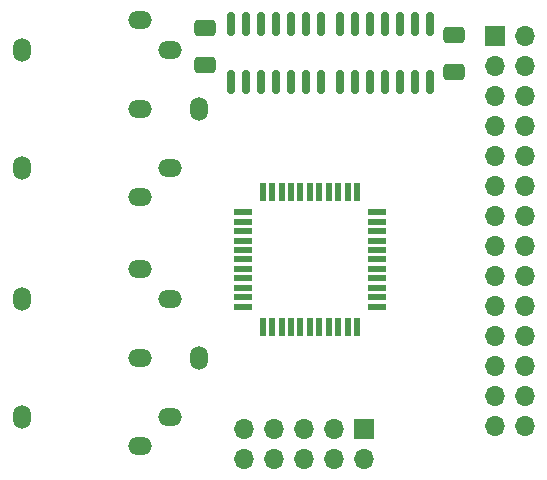
<source format=gbr>
%TF.GenerationSoftware,KiCad,Pcbnew,8.0.7-8.0.7-0~ubuntu22.04.1*%
%TF.CreationDate,2024-12-25T22:08:59+01:00*%
%TF.ProjectId,IEC_Extension,4945435f-4578-4746-956e-73696f6e2e6b,rev?*%
%TF.SameCoordinates,Original*%
%TF.FileFunction,Soldermask,Top*%
%TF.FilePolarity,Negative*%
%FSLAX46Y46*%
G04 Gerber Fmt 4.6, Leading zero omitted, Abs format (unit mm)*
G04 Created by KiCad (PCBNEW 8.0.7-8.0.7-0~ubuntu22.04.1) date 2024-12-25 22:08:59*
%MOMM*%
%LPD*%
G01*
G04 APERTURE LIST*
G04 Aperture macros list*
%AMRoundRect*
0 Rectangle with rounded corners*
0 $1 Rounding radius*
0 $2 $3 $4 $5 $6 $7 $8 $9 X,Y pos of 4 corners*
0 Add a 4 corners polygon primitive as box body*
4,1,4,$2,$3,$4,$5,$6,$7,$8,$9,$2,$3,0*
0 Add four circle primitives for the rounded corners*
1,1,$1+$1,$2,$3*
1,1,$1+$1,$4,$5*
1,1,$1+$1,$6,$7*
1,1,$1+$1,$8,$9*
0 Add four rect primitives between the rounded corners*
20,1,$1+$1,$2,$3,$4,$5,0*
20,1,$1+$1,$4,$5,$6,$7,0*
20,1,$1+$1,$6,$7,$8,$9,0*
20,1,$1+$1,$8,$9,$2,$3,0*%
G04 Aperture macros list end*
%ADD10O,2.000000X1.524000*%
%ADD11O,1.524000X2.000000*%
%ADD12R,1.500000X0.550000*%
%ADD13R,0.550000X1.500000*%
%ADD14R,1.700000X1.700000*%
%ADD15O,1.700000X1.700000*%
%ADD16RoundRect,0.250000X-0.650000X0.412500X-0.650000X-0.412500X0.650000X-0.412500X0.650000X0.412500X0*%
%ADD17RoundRect,0.150000X0.150000X-0.825000X0.150000X0.825000X-0.150000X0.825000X-0.150000X-0.825000X0*%
G04 APERTURE END LIST*
D10*
%TO.C,J2*%
X211636000Y-45880000D03*
X211636000Y-55880000D03*
X209136000Y-43380000D03*
X209136000Y-58380000D03*
D11*
X199136000Y-45880000D03*
X199136000Y-55880000D03*
D10*
X209136000Y-50880000D03*
D11*
X214136000Y-50880000D03*
%TD*%
D10*
%TO.C,J1*%
X211636000Y-66962000D03*
X211636000Y-76962000D03*
X209136000Y-64462000D03*
X209136000Y-79462000D03*
D11*
X199136000Y-66962000D03*
X199136000Y-76962000D03*
D10*
X209136000Y-71962000D03*
D11*
X214136000Y-71962000D03*
%TD*%
D12*
%TO.C,U3*%
X217807000Y-59642000D03*
X217807000Y-60442000D03*
X217807000Y-61242000D03*
X217807000Y-62042000D03*
X217807000Y-62842000D03*
X217807000Y-63642000D03*
X217807000Y-64442000D03*
X217807000Y-65242000D03*
X217807000Y-66042000D03*
X217807000Y-66842000D03*
X217807000Y-67642000D03*
D13*
X219507000Y-69342000D03*
X220307000Y-69342000D03*
X221107000Y-69342000D03*
X221907000Y-69342000D03*
X222707000Y-69342000D03*
X223507000Y-69342000D03*
X224307000Y-69342000D03*
X225107000Y-69342000D03*
X225907000Y-69342000D03*
X226707000Y-69342000D03*
X227507000Y-69342000D03*
D12*
X229207000Y-67642000D03*
X229207000Y-66842000D03*
X229207000Y-66042000D03*
X229207000Y-65242000D03*
X229207000Y-64442000D03*
X229207000Y-63642000D03*
X229207000Y-62842000D03*
X229207000Y-62042000D03*
X229207000Y-61242000D03*
X229207000Y-60442000D03*
X229207000Y-59642000D03*
D13*
X227507000Y-57942000D03*
X226707000Y-57942000D03*
X225907000Y-57942000D03*
X225107000Y-57942000D03*
X224307000Y-57942000D03*
X223507000Y-57942000D03*
X222707000Y-57942000D03*
X221907000Y-57942000D03*
X221107000Y-57942000D03*
X220307000Y-57942000D03*
X219507000Y-57942000D03*
%TD*%
D14*
%TO.C,J3*%
X228080000Y-77960000D03*
D15*
X228080000Y-80500000D03*
X225540000Y-77960000D03*
X225540000Y-80500000D03*
X223000000Y-77960000D03*
X223000000Y-80500000D03*
X220460000Y-77960000D03*
X220460000Y-80500000D03*
X217920000Y-77960000D03*
X217920000Y-80500000D03*
%TD*%
D16*
%TO.C,C2*%
X214630000Y-44030500D03*
X214630000Y-47155500D03*
%TD*%
%TO.C,C1*%
X235712000Y-44627000D03*
X235712000Y-47752000D03*
%TD*%
D17*
%TO.C,U1*%
X226060000Y-48638000D03*
X227330000Y-48638000D03*
X228600000Y-48638000D03*
X229870000Y-48638000D03*
X231140000Y-48638000D03*
X232410000Y-48638000D03*
X233680000Y-48638000D03*
X233680000Y-43688000D03*
X232410000Y-43688000D03*
X231140000Y-43688000D03*
X229870000Y-43688000D03*
X228600000Y-43688000D03*
X227330000Y-43688000D03*
X226060000Y-43688000D03*
%TD*%
%TO.C,U2*%
X216789000Y-43688000D03*
X218059000Y-43688000D03*
X219329000Y-43688000D03*
X220599000Y-43688000D03*
X221869000Y-43688000D03*
X223139000Y-43688000D03*
X224409000Y-43688000D03*
X224409000Y-48638000D03*
X223139000Y-48638000D03*
X221869000Y-48638000D03*
X220599000Y-48638000D03*
X219329000Y-48638000D03*
X218059000Y-48638000D03*
X216789000Y-48638000D03*
%TD*%
D14*
%TO.C,J4*%
X239141000Y-44704000D03*
D15*
X241681000Y-44704000D03*
X239141000Y-47244000D03*
X241681000Y-47244000D03*
X239141000Y-49784000D03*
X241681000Y-49784000D03*
X239141000Y-52324000D03*
X241681000Y-52324000D03*
X239141000Y-54864000D03*
X241681000Y-54864000D03*
X239141000Y-57404000D03*
X241681000Y-57404000D03*
X239141000Y-59944000D03*
X241681000Y-59944000D03*
X239141000Y-62484000D03*
X241681000Y-62484000D03*
X239141000Y-65024000D03*
X241681000Y-65024000D03*
X239141000Y-67564000D03*
X241681000Y-67564000D03*
X239141000Y-70104000D03*
X241681000Y-70104000D03*
X239141000Y-72644000D03*
X241681000Y-72644000D03*
X239141000Y-75184000D03*
X241681000Y-75184000D03*
X239141000Y-77724000D03*
X241681000Y-77724000D03*
%TD*%
M02*

</source>
